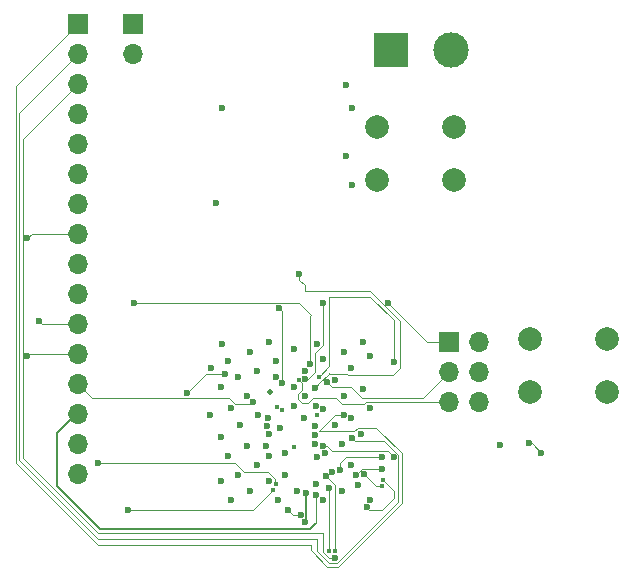
<source format=gbr>
%TF.GenerationSoftware,KiCad,Pcbnew,8.0.3*%
%TF.CreationDate,2025-04-27T14:59:32+02:00*%
%TF.ProjectId,FPGA_Audio_Board,46504741-5f41-4756-9469-6f5f426f6172,rev?*%
%TF.SameCoordinates,Original*%
%TF.FileFunction,Copper,L4,Bot*%
%TF.FilePolarity,Positive*%
%FSLAX46Y46*%
G04 Gerber Fmt 4.6, Leading zero omitted, Abs format (unit mm)*
G04 Created by KiCad (PCBNEW 8.0.3) date 2025-04-27 14:59:32*
%MOMM*%
%LPD*%
G01*
G04 APERTURE LIST*
%TA.AperFunction,ComponentPad*%
%ADD10C,2.000000*%
%TD*%
%TA.AperFunction,ComponentPad*%
%ADD11R,1.700000X1.700000*%
%TD*%
%TA.AperFunction,ComponentPad*%
%ADD12O,1.700000X1.700000*%
%TD*%
%TA.AperFunction,ComponentPad*%
%ADD13R,3.000000X3.000000*%
%TD*%
%TA.AperFunction,ComponentPad*%
%ADD14C,3.000000*%
%TD*%
%TA.AperFunction,ViaPad*%
%ADD15C,0.600000*%
%TD*%
%TA.AperFunction,ViaPad*%
%ADD16C,0.400000*%
%TD*%
%TA.AperFunction,ViaPad*%
%ADD17C,0.500000*%
%TD*%
%TA.AperFunction,Conductor*%
%ADD18C,0.100000*%
%TD*%
%TA.AperFunction,Conductor*%
%ADD19C,0.200000*%
%TD*%
G04 APERTURE END LIST*
D10*
%TO.P,SW2,1,1*%
%TO.N,GND*%
X160057500Y-102000000D03*
X166557500Y-102000000D03*
%TO.P,SW2,2,2*%
%TO.N,RESET*%
X160057500Y-106500000D03*
X166557500Y-106500000D03*
%TD*%
D11*
%TO.P,AUDIO_OUT_HEADER1,1,Pin_1*%
%TO.N,AUD_PWM*%
X126457500Y-75330000D03*
D12*
%TO.P,AUDIO_OUT_HEADER1,2,Pin_2*%
%TO.N,AUD_SD*%
X126457500Y-77870000D03*
%TD*%
D11*
%TO.P,SW_HEADER1,1,Pin_1*%
%TO.N,SW_0*%
X121807500Y-75330000D03*
D12*
%TO.P,SW_HEADER1,2,Pin_2*%
%TO.N,SW_1*%
X121807500Y-77870000D03*
%TO.P,SW_HEADER1,3,Pin_3*%
%TO.N,SW_2*%
X121807500Y-80410000D03*
%TO.P,SW_HEADER1,4,Pin_4*%
%TO.N,SW_3*%
X121807500Y-82950000D03*
%TO.P,SW_HEADER1,5,Pin_5*%
%TO.N,SW_4*%
X121807500Y-85490000D03*
%TO.P,SW_HEADER1,6,Pin_6*%
%TO.N,SW_5*%
X121807500Y-88030000D03*
%TO.P,SW_HEADER1,7,Pin_7*%
%TO.N,SW_6*%
X121807500Y-90570000D03*
%TO.P,SW_HEADER1,8,Pin_8*%
%TO.N,SW_7*%
X121807500Y-93110000D03*
%TO.P,SW_HEADER1,9,Pin_9*%
%TO.N,SW_8*%
X121807500Y-95650000D03*
%TO.P,SW_HEADER1,10,Pin_10*%
%TO.N,SW_9*%
X121807500Y-98190000D03*
%TO.P,SW_HEADER1,11,Pin_11*%
%TO.N,SW_10*%
X121807500Y-100730000D03*
%TO.P,SW_HEADER1,12,Pin_12*%
%TO.N,SW_11*%
X121807500Y-103270000D03*
%TO.P,SW_HEADER1,13,Pin_13*%
%TO.N,SW_12*%
X121807500Y-105810000D03*
%TO.P,SW_HEADER1,14,Pin_14*%
%TO.N,SW_13*%
X121807500Y-108350000D03*
%TO.P,SW_HEADER1,15,Pin_15*%
%TO.N,SW_14*%
X121807500Y-110890000D03*
%TO.P,SW_HEADER1,16,Pin_16*%
%TO.N,SW_15*%
X121807500Y-113430000D03*
%TD*%
D13*
%TO.P,J1,1,Pin_1*%
%TO.N,/POWER/+5V_IN*%
X148317500Y-77530000D03*
D14*
%TO.P,J1,2,Pin_2*%
%TO.N,GND*%
X153397500Y-77530000D03*
%TD*%
D10*
%TO.P,SW1,1,A*%
%TO.N,/POWER/+5V_IN*%
X147107500Y-84080000D03*
X153607500Y-84080000D03*
%TO.P,SW1,2,B*%
%TO.N,Net-(SW1-B)*%
X147107500Y-88580000D03*
X153607500Y-88580000D03*
%TD*%
D11*
%TO.P,JTAG1,1,Pin_1*%
%TO.N,TDI*%
X153157500Y-102300000D03*
D12*
%TO.P,JTAG1,2,Pin_2*%
%TO.N,3V3*%
X155697500Y-102300000D03*
%TO.P,JTAG1,3,Pin_3*%
%TO.N,TDO*%
X153157500Y-104840000D03*
%TO.P,JTAG1,4,Pin_4*%
%TO.N,GND*%
X155697500Y-104840000D03*
%TO.P,JTAG1,5,Pin_5*%
%TO.N,TCK*%
X153157500Y-107380000D03*
%TO.P,JTAG1,6,Pin_6*%
%TO.N,TMS*%
X155697500Y-107380000D03*
%TD*%
D15*
%TO.N,GND*%
X133000000Y-104500000D03*
%TO.N,1V8*%
X140500000Y-96500000D03*
%TO.N,GND*%
X144500000Y-86500000D03*
X133500000Y-90500000D03*
D16*
%TO.N,1V0*%
X140054988Y-111152512D03*
%TO.N,GND*%
X142000000Y-108500000D03*
D15*
X146500000Y-103500000D03*
D16*
X139053000Y-108027006D03*
D15*
%TO.N,1V8*%
X141842856Y-110942463D03*
X141876129Y-109375736D03*
X141915950Y-107691550D03*
X141807500Y-106200000D03*
%TO.N,GND*%
X142000000Y-112000000D03*
X137000000Y-108500000D03*
D16*
%TO.N,1V0*%
X138607500Y-107800000D03*
D15*
%TO.N,TMS*%
X148500000Y-104000000D03*
D16*
X142157500Y-105213603D03*
D15*
%TO.N,TDI*%
X148000000Y-99000000D03*
X142500000Y-99000000D03*
X141007500Y-105400000D03*
%TO.N,CLK100MHZ*%
X160000000Y-110850000D03*
D16*
X147557500Y-114000000D03*
D15*
X146205999Y-116272212D03*
X140665952Y-116902953D03*
X139550000Y-116500000D03*
X131000000Y-106600000D03*
X134184995Y-105000000D03*
%TO.N,TDO*%
X142885202Y-105665479D03*
D16*
%TO.N,TCK*%
X140467874Y-105506330D03*
D15*
%TO.N,1V0*%
X138773185Y-99400000D03*
X139007499Y-105777494D03*
%TO.N,GND*%
X142500000Y-108000000D03*
X141807500Y-110200000D03*
%TO.N,1V0*%
X137891709Y-108750105D03*
X138873346Y-109531081D03*
X137920907Y-110079093D03*
X139275830Y-111697356D03*
%TO.N,GND*%
X142005111Y-102486724D03*
X137807500Y-109400000D03*
%TO.N,SW_0*%
X144298526Y-108459706D03*
%TO.N,SW_1*%
X144999251Y-110450060D03*
%TO.N,SW_2*%
X143565686Y-120565686D03*
X142542336Y-111065162D03*
X148500000Y-112000000D03*
%TO.N,GND*%
X134005111Y-102486724D03*
D16*
%TO.N,SW_8*%
X138519499Y-114332967D03*
D15*
X123500000Y-112500000D03*
D16*
%TO.N,SW_9*%
X138315636Y-114789522D03*
D15*
X126000000Y-116500000D03*
%TO.N,SW_12*%
X136584995Y-107400000D03*
%TO.N,SW_11*%
X117500000Y-103500000D03*
D16*
X143000000Y-120000000D03*
D15*
X143007499Y-114622505D03*
%TO.N,SW_4*%
X146000000Y-113500000D03*
D16*
X147500000Y-114500000D03*
D15*
%TO.N,SW_13*%
X141939963Y-115266187D03*
%TO.N,3V3*%
X146500000Y-115692503D03*
%TO.N,GND*%
X142499047Y-115691550D03*
X134715952Y-115691550D03*
%TO.N,3V3*%
X144899050Y-112708451D03*
X144099050Y-114891548D03*
X141915951Y-114308450D03*
X138715952Y-115691550D03*
X139299050Y-113508452D03*
X136315950Y-114891548D03*
X134499050Y-111908452D03*
X133915952Y-114091550D03*
X146499050Y-107908452D03*
X142715950Y-111691550D03*
X145699050Y-110091548D03*
X143515952Y-109291550D03*
X144315952Y-106891550D03*
X142499047Y-103691550D03*
X140099050Y-102891548D03*
X145915951Y-102308450D03*
X144899050Y-104491549D03*
X140099048Y-107691550D03*
X140990005Y-106899784D03*
X138499050Y-105291549D03*
X140099048Y-106091550D03*
X137915951Y-102308450D03*
X135515952Y-109291550D03*
X136899049Y-104708450D03*
X136099048Y-106891550D03*
X133915950Y-106091550D03*
X132981268Y-108499511D03*
X134499050Y-103908452D03*
%TO.N,1V0*%
X140899050Y-108708452D03*
X137915950Y-111908451D03*
%TO.N,GND*%
X135299050Y-105291550D03*
X136315951Y-103108450D03*
X138499050Y-103908452D03*
X140994377Y-104700121D03*
X143515950Y-105508450D03*
X145915951Y-106308450D03*
X144899050Y-108708452D03*
X144099050Y-110891548D03*
X143299049Y-113291550D03*
X137915952Y-114091550D03*
X140315952Y-114891550D03*
X135299050Y-113508451D03*
X136099050Y-111108452D03*
X137699050Y-111108452D03*
X134715951Y-107908450D03*
X133915951Y-110308450D03*
X144315950Y-103108451D03*
%TO.N,3V3*%
X136899050Y-112708451D03*
%TO.N,SW_14*%
X141115952Y-115108450D03*
X141000000Y-117500000D03*
%TO.N,SW_10*%
X145284268Y-113569504D03*
X147500000Y-113000000D03*
X118500000Y-100500000D03*
%TO.N,SW_3*%
X143954235Y-113088221D03*
X147500000Y-112000000D03*
D16*
%TO.N,SW_7*%
X143500000Y-120000000D03*
D15*
X142765807Y-113663243D03*
X117500000Y-93500000D03*
%TO.N,AUD_SD*%
X141407500Y-104177495D03*
X126500000Y-99000000D03*
%TO.N,GND*%
X145000000Y-88980000D03*
%TO.N,CLK100MHZ*%
X161000000Y-111650000D03*
%TO.N,GND*%
X145507500Y-114407107D03*
X157500000Y-111000000D03*
X144500000Y-80500000D03*
X145000000Y-82500000D03*
X134000000Y-82500000D03*
D17*
X138000000Y-106500000D03*
%TD*%
D18*
%TO.N,1V8*%
X141000000Y-97500000D02*
X141000000Y-98000000D01*
X140500000Y-97000000D02*
X141000000Y-97500000D01*
X140500000Y-96500000D02*
X140500000Y-97000000D01*
X146500000Y-98000000D02*
X141000000Y-98000000D01*
X149000000Y-100500000D02*
X146500000Y-98000000D01*
X142207500Y-105777495D02*
X142207500Y-105800000D01*
X142207500Y-105800000D02*
X141807500Y-106200000D01*
%TO.N,TMS*%
X146540380Y-98500000D02*
X148500000Y-100459620D01*
X148500000Y-100459620D02*
X148500000Y-104000000D01*
X143049047Y-98549047D02*
X143000000Y-98500000D01*
X143049047Y-104322056D02*
X143049047Y-98549047D01*
X143000000Y-98500000D02*
X146540380Y-98500000D01*
X142157500Y-105213603D02*
X143049047Y-104322056D01*
%TO.N,1V8*%
X149000000Y-104500000D02*
X149000000Y-100500000D01*
X148458451Y-105041549D02*
X148500000Y-105000000D01*
X144671232Y-105041549D02*
X148458451Y-105041549D01*
X144588133Y-104958450D02*
X144671232Y-105041549D01*
X148500000Y-105000000D02*
X149000000Y-104500000D01*
X143026544Y-104958450D02*
X144588133Y-104958450D01*
X142992497Y-104992497D02*
X143026544Y-104958450D01*
X142992498Y-104992497D02*
X143049047Y-104935948D01*
X142992497Y-104992497D02*
X142992498Y-104992497D01*
X142207500Y-105777495D02*
X142992497Y-104992497D01*
%TO.N,TDI*%
X151300000Y-102300000D02*
X153157500Y-102300000D01*
X141839425Y-103218096D02*
X142500000Y-102557521D01*
X142500000Y-102557521D02*
X142500000Y-99000000D01*
X141839425Y-104850917D02*
X141839425Y-103218096D01*
X141290342Y-105400000D02*
X141839425Y-104850917D01*
X148000000Y-99000000D02*
X151300000Y-102300000D01*
X141007500Y-105400000D02*
X141290342Y-105400000D01*
%TO.N,CLK100MHZ*%
X147565686Y-114000000D02*
X147557500Y-114000000D01*
X148500000Y-114934314D02*
X147565686Y-114000000D01*
X148500000Y-115500000D02*
X148500000Y-114934314D01*
X147500000Y-116500000D02*
X148500000Y-115500000D01*
X146433787Y-116500000D02*
X147500000Y-116500000D01*
X146205999Y-116272212D02*
X146433787Y-116500000D01*
X139550000Y-116500000D02*
X139999997Y-116949997D01*
X139999997Y-116949997D02*
X140618908Y-116949997D01*
X140618908Y-116949997D02*
X140665952Y-116902953D01*
X134184995Y-105000000D02*
X132600000Y-105000000D01*
X132600000Y-105000000D02*
X131000000Y-106600000D01*
%TO.N,TDO*%
X151000000Y-106997500D02*
X153157500Y-104840000D01*
X151000000Y-107000000D02*
X151000000Y-106997500D01*
X144888133Y-106058450D02*
X145829683Y-107000000D01*
X143278173Y-106058450D02*
X144888133Y-106058450D01*
X145829683Y-107000000D02*
X151000000Y-107000000D01*
X142885202Y-105665479D02*
X143278173Y-106058450D01*
%TO.N,TCK*%
X153135952Y-107358452D02*
X153157500Y-107380000D01*
X146000000Y-107500000D02*
X146141548Y-107358452D01*
X144146584Y-107500000D02*
X146000000Y-107500000D01*
X146141548Y-107358452D02*
X153135952Y-107358452D01*
X143646584Y-107000000D02*
X144146584Y-107500000D01*
X141667607Y-107000000D02*
X143646584Y-107000000D01*
X141217823Y-107449784D02*
X141667607Y-107000000D01*
X140762187Y-107449784D02*
X141217823Y-107449784D01*
X140762187Y-106349784D02*
X140440005Y-106671966D01*
X140762187Y-105800643D02*
X140762187Y-106349784D01*
X140467874Y-105506330D02*
X140762187Y-105800643D01*
X140440005Y-106671966D02*
X140440005Y-107127602D01*
X140440005Y-107127602D02*
X140762187Y-107449784D01*
%TO.N,1V0*%
X139049050Y-99675865D02*
X138773185Y-99400000D01*
X139007499Y-105777494D02*
X139049050Y-105735943D01*
X139049050Y-105735943D02*
X139049050Y-99675865D01*
%TO.N,SW_0*%
X116500000Y-112500000D02*
X116500000Y-80637500D01*
X123500000Y-119500000D02*
X116500000Y-112500000D01*
X141500000Y-119914214D02*
X141500000Y-119500000D01*
X116500000Y-80637500D02*
X121807500Y-75330000D01*
X142885786Y-121300000D02*
X141500000Y-119914214D01*
X141500000Y-119500000D02*
X123500000Y-119500000D01*
X143821322Y-121300000D02*
X142885786Y-121300000D01*
X149200000Y-111710050D02*
X149200000Y-115921322D01*
X149200000Y-115921322D02*
X143821322Y-121300000D01*
X145471232Y-109541548D02*
X147031498Y-109541548D01*
X147031498Y-109541548D02*
X149200000Y-111710050D01*
X145149050Y-109863730D02*
X145471232Y-109541548D01*
X142165953Y-109863730D02*
X145149050Y-109863730D01*
X143569977Y-108459706D02*
X142165953Y-109863730D01*
X144298526Y-108459706D02*
X143569977Y-108459706D01*
%TO.N,SW_1*%
X116800000Y-82877500D02*
X121807500Y-77870000D01*
X116800000Y-112300000D02*
X116800000Y-82877500D01*
X142000000Y-119989950D02*
X142000000Y-119000000D01*
X143010050Y-121000000D02*
X142000000Y-119989950D01*
X143697058Y-121000000D02*
X143010050Y-121000000D01*
X148900000Y-115797058D02*
X143697058Y-121000000D01*
X123500000Y-119000000D02*
X116800000Y-112300000D01*
X142000000Y-119000000D02*
X123500000Y-119000000D01*
X148900000Y-111834314D02*
X148900000Y-115797058D01*
X147707234Y-110641548D02*
X148900000Y-111834314D01*
X145190739Y-110641548D02*
X147707234Y-110641548D01*
X144999251Y-110450060D02*
X145190739Y-110641548D01*
%TO.N,SW_2*%
X117100000Y-112094975D02*
X117100000Y-85117500D01*
X117100000Y-85117500D02*
X121807500Y-80410000D01*
X123505025Y-118500000D02*
X117100000Y-112094975D01*
X142500000Y-120065686D02*
X142500000Y-118500000D01*
X142867380Y-111065162D02*
X143302218Y-111500000D01*
X148000000Y-111500000D02*
X148500000Y-112000000D01*
X142542336Y-111065162D02*
X142867380Y-111065162D01*
X143302218Y-111500000D02*
X148000000Y-111500000D01*
X143565686Y-120565686D02*
X143000000Y-120565686D01*
X143000000Y-120565686D02*
X142500000Y-120065686D01*
X142500000Y-118500000D02*
X123505025Y-118500000D01*
%TO.N,SW_8*%
X135068417Y-112500000D02*
X123500000Y-112500000D01*
X135849050Y-113280633D02*
X135068417Y-112500000D01*
X137882853Y-113280633D02*
X135849050Y-113280633D01*
X138465952Y-114279420D02*
X138465952Y-113863732D01*
X138519499Y-114332967D02*
X138465952Y-114279420D01*
X138465952Y-113863732D02*
X137882853Y-113280633D01*
%TO.N,SW_9*%
X138315636Y-114789522D02*
X136605158Y-116500000D01*
X136605158Y-116500000D02*
X126000000Y-116500000D01*
%TO.N,SW_12*%
X122997500Y-107000000D02*
X121807500Y-105810000D01*
X134585319Y-107000000D02*
X122997500Y-107000000D01*
X135085319Y-107500000D02*
X134585319Y-107000000D01*
X136484995Y-107500000D02*
X135085319Y-107500000D01*
X136584995Y-107400000D02*
X136484995Y-107500000D01*
%TO.N,SW_11*%
X117500000Y-103500000D02*
X117730000Y-103270000D01*
X143049047Y-114664053D02*
X143049047Y-119950953D01*
X117730000Y-103270000D02*
X121807500Y-103270000D01*
X143007499Y-114622505D02*
X143049047Y-114664053D01*
X143049047Y-119950953D02*
X143000000Y-120000000D01*
%TO.N,SW_4*%
X146000000Y-113500000D02*
X147000000Y-114500000D01*
X147000000Y-114500000D02*
X147500000Y-114500000D01*
%TO.N,SW_13*%
X141939963Y-115266187D02*
X141939963Y-117560037D01*
X141939963Y-117560037D02*
X141899047Y-117600953D01*
D19*
%TO.N,1V0*%
X140899050Y-108708452D02*
X141000000Y-108809402D01*
%TO.N,SW_14*%
X141115952Y-115108450D02*
X141115952Y-117384048D01*
X141115952Y-117384048D02*
X141000000Y-117500000D01*
%TO.N,SW_13*%
X120000000Y-110000000D02*
X121500000Y-108500000D01*
X123600000Y-118100000D02*
X120000000Y-114500000D01*
X141899047Y-117600953D02*
X141400000Y-118100000D01*
X120000000Y-114500000D02*
X120000000Y-110000000D01*
X141400000Y-118100000D02*
X123600000Y-118100000D01*
D18*
%TO.N,SW_10*%
X118500000Y-100500000D02*
X118730000Y-100730000D01*
X145284268Y-113569504D02*
X145853772Y-113000000D01*
X145853772Y-113000000D02*
X147500000Y-113000000D01*
X118730000Y-100730000D02*
X121807500Y-100730000D01*
%TO.N,SW_3*%
X143954235Y-113088221D02*
X143954235Y-112545765D01*
X143954235Y-112545765D02*
X144500000Y-112000000D01*
X144500000Y-112000000D02*
X147500000Y-112000000D01*
%TO.N,SW_7*%
X142765807Y-113663243D02*
X143500000Y-114397436D01*
X143500000Y-114397436D02*
X143500000Y-120000000D01*
X117500000Y-93500000D02*
X117890000Y-93110000D01*
X117890000Y-93110000D02*
X121807500Y-93110000D01*
%TO.N,AUD_SD*%
X141407500Y-104177495D02*
X141407500Y-100092500D01*
X141500000Y-100000000D02*
X140500000Y-99000000D01*
X140500000Y-99000000D02*
X126500000Y-99000000D01*
X141407500Y-100092500D02*
X141500000Y-100000000D01*
%TO.N,CLK100MHZ*%
X160200000Y-110850000D02*
X160000000Y-110850000D01*
X161000000Y-111650000D02*
X160200000Y-110850000D01*
%TD*%
M02*

</source>
